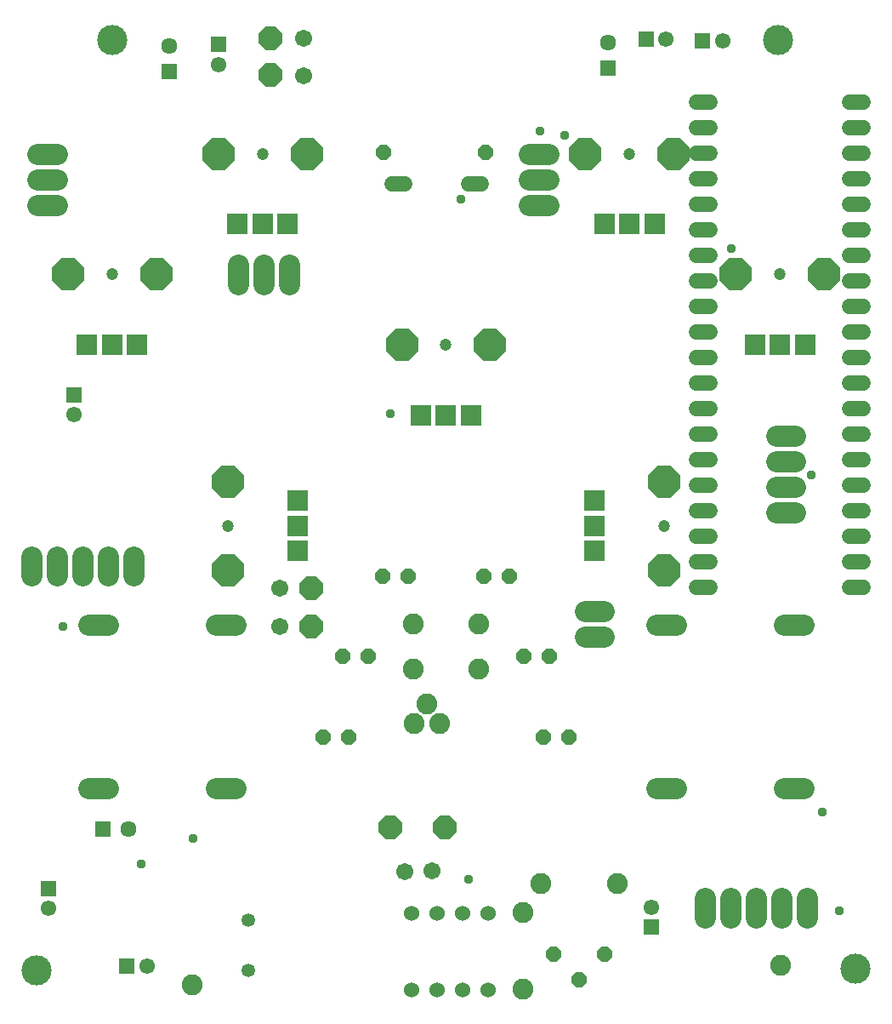
<source format=gbr>
G04 EAGLE Gerber X2 export*
%TF.Part,Single*%
%TF.FileFunction,Soldermask,Bot,1*%
%TF.FilePolarity,Positive*%
%TF.GenerationSoftware,Autodesk,EAGLE,9.2.2*%
%TF.CreationDate,2019-04-19T13:44:04Z*%
G75*
%MOMM*%
%FSLAX34Y34*%
%LPD*%
%INSoldermask Bottom*%
%AMOC8*
5,1,8,0,0,1.08239X$1,22.5*%
G01*
%ADD10P,2.556822X8X202.500000*%
%ADD11R,1.553200X1.553200*%
%ADD12C,1.553200*%
%ADD13C,1.611200*%
%ADD14R,1.611200X1.611200*%
%ADD15C,3.003200*%
%ADD16C,2.153200*%
%ADD17P,2.556822X8X22.500000*%
%ADD18C,1.511200*%
%ADD19R,2.082800X2.082800*%
%ADD20P,3.467112X8X292.500000*%
%ADD21C,1.203200*%
%ADD22P,3.467112X8X22.500000*%
%ADD23P,3.467112X8X202.500000*%
%ADD24C,1.703200*%
%ADD25P,1.649562X8X202.500000*%
%ADD26C,2.082800*%
%ADD27C,2.159000*%
%ADD28C,2.082800*%
%ADD29C,1.346200*%
%ADD30C,1.524000*%
%ADD31P,1.649562X8X22.500000*%
%ADD32C,1.524000*%
%ADD33C,0.959600*%


D10*
X267672Y964694D03*
X267672Y928475D03*
D11*
X697770Y962330D03*
D12*
X717770Y962330D03*
D11*
X641639Y964091D03*
D12*
X661639Y964091D03*
D11*
X216194Y959020D03*
D12*
X216194Y939020D03*
D13*
X603556Y960896D03*
D14*
X603556Y935496D03*
D13*
X166692Y957507D03*
D14*
X166692Y932107D03*
D15*
X850000Y39085D03*
X35000Y37818D03*
D16*
X86750Y218850D02*
X106250Y218850D01*
X106250Y381150D02*
X86750Y381150D01*
X213750Y218850D02*
X233250Y218850D01*
X233250Y381150D02*
X213750Y381150D01*
D10*
X308500Y379478D03*
D17*
X308500Y417580D03*
D16*
X778750Y381150D02*
X798250Y381150D01*
X798250Y218850D02*
X778750Y218850D01*
X671250Y381150D02*
X651750Y381150D01*
X651750Y218850D02*
X671250Y218850D01*
D18*
X692260Y901700D02*
X705340Y901700D01*
X705340Y876300D02*
X692260Y876300D01*
X692260Y850900D02*
X705340Y850900D01*
X705340Y825500D02*
X692260Y825500D01*
X692260Y800100D02*
X705340Y800100D01*
X705340Y774700D02*
X692260Y774700D01*
X692260Y749300D02*
X705340Y749300D01*
X705340Y723900D02*
X692260Y723900D01*
X692260Y698500D02*
X705340Y698500D01*
X705340Y673100D02*
X692260Y673100D01*
X692260Y647700D02*
X705340Y647700D01*
X705340Y622300D02*
X692260Y622300D01*
X692260Y596900D02*
X705340Y596900D01*
X705340Y571500D02*
X692260Y571500D01*
X692260Y546100D02*
X705340Y546100D01*
X705340Y520700D02*
X692260Y520700D01*
X692260Y495300D02*
X705340Y495300D01*
X705340Y469900D02*
X692260Y469900D01*
X692260Y444500D02*
X705340Y444500D01*
X705340Y419100D02*
X692260Y419100D01*
X844660Y901700D02*
X857740Y901700D01*
X857740Y876300D02*
X844660Y876300D01*
X844660Y850900D02*
X857740Y850900D01*
X857740Y825500D02*
X844660Y825500D01*
X844660Y800100D02*
X857740Y800100D01*
X857740Y774700D02*
X844660Y774700D01*
X844660Y749300D02*
X857740Y749300D01*
X857740Y723900D02*
X844660Y723900D01*
X844660Y698500D02*
X857740Y698500D01*
X857740Y673100D02*
X844660Y673100D01*
X844660Y647700D02*
X857740Y647700D01*
X857740Y622300D02*
X844660Y622300D01*
X844660Y596900D02*
X857740Y596900D01*
X857740Y571500D02*
X844660Y571500D01*
X844660Y546100D02*
X857740Y546100D01*
X857740Y520700D02*
X844660Y520700D01*
X844660Y495300D02*
X857740Y495300D01*
X857740Y469900D02*
X844660Y469900D01*
X844660Y444500D02*
X857740Y444500D01*
X857740Y419100D02*
X844660Y419100D01*
D19*
X750000Y660000D03*
X775000Y660000D03*
X800000Y660000D03*
D20*
X731000Y730000D03*
X819000Y730000D03*
D21*
X775000Y730000D03*
D19*
X295000Y455000D03*
X295000Y480000D03*
X295000Y505000D03*
D22*
X225000Y436000D03*
X225000Y524000D03*
D21*
X225000Y480000D03*
D19*
X600000Y780000D03*
X625000Y780000D03*
X650000Y780000D03*
D20*
X581000Y850000D03*
X669000Y850000D03*
D21*
X625000Y850000D03*
D19*
X590000Y505000D03*
X590000Y480000D03*
X590000Y455000D03*
D23*
X660000Y524000D03*
X660000Y436000D03*
D21*
X660000Y480000D03*
D19*
X417500Y590000D03*
X442500Y590000D03*
X467500Y590000D03*
D20*
X398500Y660000D03*
X486500Y660000D03*
D21*
X442500Y660000D03*
D19*
X85000Y660000D03*
X110000Y660000D03*
X135000Y660000D03*
D20*
X66000Y730000D03*
X154000Y730000D03*
D21*
X110000Y730000D03*
D24*
X277000Y417830D03*
X277000Y380048D03*
X300460Y964978D03*
X300460Y927386D03*
D25*
X405200Y430000D03*
X379800Y430000D03*
X505200Y430000D03*
X479800Y430000D03*
X545200Y350000D03*
X519800Y350000D03*
X565200Y270000D03*
X539800Y270000D03*
X365200Y350000D03*
X339800Y350000D03*
X345200Y270000D03*
X319800Y270000D03*
D26*
X30000Y430602D02*
X30000Y449398D01*
X55400Y449398D02*
X55400Y430602D01*
X80800Y430602D02*
X80800Y449398D01*
X106200Y449398D02*
X106200Y430602D01*
X131600Y430602D02*
X131600Y449398D01*
D27*
X54887Y799030D02*
X35329Y799030D01*
X35329Y824430D02*
X54887Y824430D01*
X54887Y849830D02*
X35329Y849830D01*
X525329Y799030D02*
X544887Y799030D01*
X544887Y824430D02*
X525329Y824430D01*
X525329Y849830D02*
X544887Y849830D01*
X285908Y739891D02*
X285908Y720333D01*
X260508Y720333D02*
X260508Y739891D01*
X235108Y739891D02*
X235108Y720333D01*
D19*
X235000Y780000D03*
X260000Y780000D03*
X285000Y780000D03*
D20*
X216000Y850000D03*
X304000Y850000D03*
D21*
X260000Y850000D03*
D28*
X475012Y382606D03*
X409988Y382606D03*
X475012Y337394D03*
X409988Y337394D03*
D11*
X46555Y119279D03*
D12*
X46555Y99279D03*
D13*
X126508Y178437D03*
D14*
X101108Y178437D03*
D11*
X125012Y42305D03*
D12*
X145012Y42305D03*
D29*
X245740Y37760D03*
X245740Y87760D03*
D11*
X646719Y80837D03*
D12*
X646719Y100837D03*
D26*
X700000Y109398D02*
X700000Y90602D01*
X725400Y90602D02*
X725400Y109398D01*
X750800Y109398D02*
X750800Y90602D01*
X776200Y90602D02*
X776200Y109398D01*
X801600Y109398D02*
X801600Y90602D01*
D15*
X110534Y963497D03*
X772959Y963223D03*
D24*
X401077Y136217D03*
X428939Y136508D03*
D17*
X387296Y179972D03*
X440846Y179972D03*
D28*
X410439Y283600D03*
X423139Y302650D03*
X435839Y283600D03*
D11*
X71819Y610452D03*
D12*
X71819Y590452D03*
D26*
X580602Y370000D02*
X599398Y370000D01*
X599398Y395400D02*
X580602Y395400D01*
X771413Y569697D02*
X790209Y569697D01*
X790209Y544297D02*
X771413Y544297D01*
X771413Y518897D02*
X790209Y518897D01*
X790209Y493497D02*
X771413Y493497D01*
D30*
X477909Y820399D02*
X464701Y820399D01*
X401709Y820399D02*
X388501Y820399D01*
D31*
X379963Y851035D03*
X481563Y851035D03*
D28*
X519471Y19117D03*
X519471Y95317D03*
X536973Y123897D03*
X613173Y123897D03*
D31*
X549607Y54011D03*
X600407Y54011D03*
X575007Y28611D03*
D32*
X484730Y18736D03*
X459330Y18736D03*
X459330Y94936D03*
X484730Y94936D03*
X433930Y18736D03*
X408530Y18736D03*
X433930Y94936D03*
X408530Y94936D03*
D28*
X189670Y23816D03*
X776054Y42886D03*
D33*
X138684Y143256D03*
X190500Y169164D03*
X464820Y128016D03*
X834215Y97033D03*
X535845Y872562D03*
X560842Y868664D03*
X817347Y195489D03*
X387096Y591312D03*
X806196Y530352D03*
X726948Y755904D03*
X60960Y379476D03*
X457200Y804672D03*
M02*

</source>
